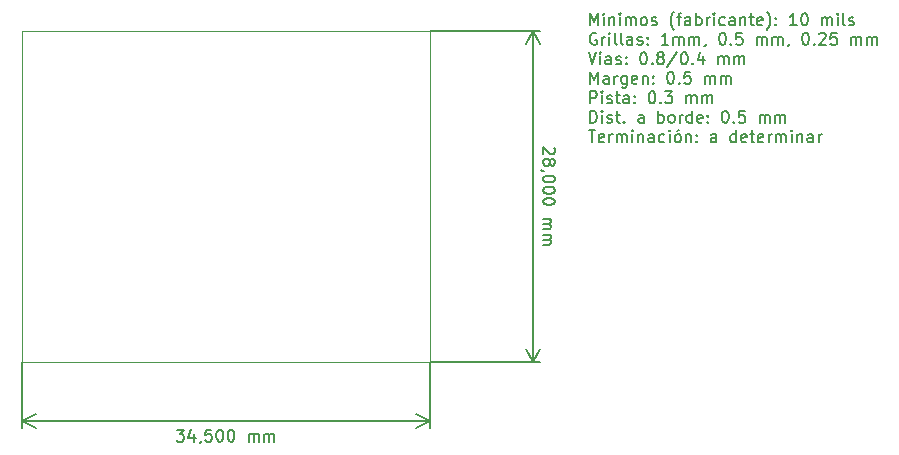
<source format=gbr>
%TF.GenerationSoftware,KiCad,Pcbnew,5.1.10-88a1d61d58~88~ubuntu18.04.1*%
%TF.CreationDate,2021-10-12T23:30:59-03:00*%
%TF.ProjectId,ConversorDCDC,436f6e76-6572-4736-9f72-444344432e6b,1.0*%
%TF.SameCoordinates,Original*%
%TF.FileFunction,OtherDrawing,Comment*%
%FSLAX46Y46*%
G04 Gerber Fmt 4.6, Leading zero omitted, Abs format (unit mm)*
G04 Created by KiCad (PCBNEW 5.1.10-88a1d61d58~88~ubuntu18.04.1) date 2021-10-12 23:30:59*
%MOMM*%
%LPD*%
G01*
G04 APERTURE LIST*
%ADD10C,0.150000*%
%TA.AperFunction,Profile*%
%ADD11C,0.050000*%
%TD*%
G04 APERTURE END LIST*
D10*
X128085595Y-98002380D02*
X128085595Y-97002380D01*
X128418928Y-97716666D01*
X128752261Y-97002380D01*
X128752261Y-98002380D01*
X129228452Y-98002380D02*
X129228452Y-97335714D01*
X129323690Y-96954761D02*
X129180833Y-97097619D01*
X129704642Y-97335714D02*
X129704642Y-98002380D01*
X129704642Y-97430952D02*
X129752261Y-97383333D01*
X129847500Y-97335714D01*
X129990357Y-97335714D01*
X130085595Y-97383333D01*
X130133214Y-97478571D01*
X130133214Y-98002380D01*
X130609404Y-98002380D02*
X130609404Y-97335714D01*
X130609404Y-97002380D02*
X130561785Y-97050000D01*
X130609404Y-97097619D01*
X130657023Y-97050000D01*
X130609404Y-97002380D01*
X130609404Y-97097619D01*
X131085595Y-98002380D02*
X131085595Y-97335714D01*
X131085595Y-97430952D02*
X131133214Y-97383333D01*
X131228452Y-97335714D01*
X131371309Y-97335714D01*
X131466547Y-97383333D01*
X131514166Y-97478571D01*
X131514166Y-98002380D01*
X131514166Y-97478571D02*
X131561785Y-97383333D01*
X131657023Y-97335714D01*
X131799880Y-97335714D01*
X131895119Y-97383333D01*
X131942738Y-97478571D01*
X131942738Y-98002380D01*
X132561785Y-98002380D02*
X132466547Y-97954761D01*
X132418928Y-97907142D01*
X132371309Y-97811904D01*
X132371309Y-97526190D01*
X132418928Y-97430952D01*
X132466547Y-97383333D01*
X132561785Y-97335714D01*
X132704642Y-97335714D01*
X132799880Y-97383333D01*
X132847500Y-97430952D01*
X132895119Y-97526190D01*
X132895119Y-97811904D01*
X132847500Y-97907142D01*
X132799880Y-97954761D01*
X132704642Y-98002380D01*
X132561785Y-98002380D01*
X133276071Y-97954761D02*
X133371309Y-98002380D01*
X133561785Y-98002380D01*
X133657023Y-97954761D01*
X133704642Y-97859523D01*
X133704642Y-97811904D01*
X133657023Y-97716666D01*
X133561785Y-97669047D01*
X133418928Y-97669047D01*
X133323690Y-97621428D01*
X133276071Y-97526190D01*
X133276071Y-97478571D01*
X133323690Y-97383333D01*
X133418928Y-97335714D01*
X133561785Y-97335714D01*
X133657023Y-97383333D01*
X135180833Y-98383333D02*
X135133214Y-98335714D01*
X135037976Y-98192857D01*
X134990357Y-98097619D01*
X134942738Y-97954761D01*
X134895119Y-97716666D01*
X134895119Y-97526190D01*
X134942738Y-97288095D01*
X134990357Y-97145238D01*
X135037976Y-97050000D01*
X135133214Y-96907142D01*
X135180833Y-96859523D01*
X135418928Y-97335714D02*
X135799880Y-97335714D01*
X135561785Y-98002380D02*
X135561785Y-97145238D01*
X135609404Y-97050000D01*
X135704642Y-97002380D01*
X135799880Y-97002380D01*
X136561785Y-98002380D02*
X136561785Y-97478571D01*
X136514166Y-97383333D01*
X136418928Y-97335714D01*
X136228452Y-97335714D01*
X136133214Y-97383333D01*
X136561785Y-97954761D02*
X136466547Y-98002380D01*
X136228452Y-98002380D01*
X136133214Y-97954761D01*
X136085595Y-97859523D01*
X136085595Y-97764285D01*
X136133214Y-97669047D01*
X136228452Y-97621428D01*
X136466547Y-97621428D01*
X136561785Y-97573809D01*
X137037976Y-98002380D02*
X137037976Y-97002380D01*
X137037976Y-97383333D02*
X137133214Y-97335714D01*
X137323690Y-97335714D01*
X137418928Y-97383333D01*
X137466547Y-97430952D01*
X137514166Y-97526190D01*
X137514166Y-97811904D01*
X137466547Y-97907142D01*
X137418928Y-97954761D01*
X137323690Y-98002380D01*
X137133214Y-98002380D01*
X137037976Y-97954761D01*
X137942738Y-98002380D02*
X137942738Y-97335714D01*
X137942738Y-97526190D02*
X137990357Y-97430952D01*
X138037976Y-97383333D01*
X138133214Y-97335714D01*
X138228452Y-97335714D01*
X138561785Y-98002380D02*
X138561785Y-97335714D01*
X138561785Y-97002380D02*
X138514166Y-97050000D01*
X138561785Y-97097619D01*
X138609404Y-97050000D01*
X138561785Y-97002380D01*
X138561785Y-97097619D01*
X139466547Y-97954761D02*
X139371309Y-98002380D01*
X139180833Y-98002380D01*
X139085595Y-97954761D01*
X139037976Y-97907142D01*
X138990357Y-97811904D01*
X138990357Y-97526190D01*
X139037976Y-97430952D01*
X139085595Y-97383333D01*
X139180833Y-97335714D01*
X139371309Y-97335714D01*
X139466547Y-97383333D01*
X140323690Y-98002380D02*
X140323690Y-97478571D01*
X140276071Y-97383333D01*
X140180833Y-97335714D01*
X139990357Y-97335714D01*
X139895119Y-97383333D01*
X140323690Y-97954761D02*
X140228452Y-98002380D01*
X139990357Y-98002380D01*
X139895119Y-97954761D01*
X139847500Y-97859523D01*
X139847500Y-97764285D01*
X139895119Y-97669047D01*
X139990357Y-97621428D01*
X140228452Y-97621428D01*
X140323690Y-97573809D01*
X140799880Y-97335714D02*
X140799880Y-98002380D01*
X140799880Y-97430952D02*
X140847500Y-97383333D01*
X140942738Y-97335714D01*
X141085595Y-97335714D01*
X141180833Y-97383333D01*
X141228452Y-97478571D01*
X141228452Y-98002380D01*
X141561785Y-97335714D02*
X141942738Y-97335714D01*
X141704642Y-97002380D02*
X141704642Y-97859523D01*
X141752261Y-97954761D01*
X141847500Y-98002380D01*
X141942738Y-98002380D01*
X142657023Y-97954761D02*
X142561785Y-98002380D01*
X142371309Y-98002380D01*
X142276071Y-97954761D01*
X142228452Y-97859523D01*
X142228452Y-97478571D01*
X142276071Y-97383333D01*
X142371309Y-97335714D01*
X142561785Y-97335714D01*
X142657023Y-97383333D01*
X142704642Y-97478571D01*
X142704642Y-97573809D01*
X142228452Y-97669047D01*
X143037976Y-98383333D02*
X143085595Y-98335714D01*
X143180833Y-98192857D01*
X143228452Y-98097619D01*
X143276071Y-97954761D01*
X143323690Y-97716666D01*
X143323690Y-97526190D01*
X143276071Y-97288095D01*
X143228452Y-97145238D01*
X143180833Y-97050000D01*
X143085595Y-96907142D01*
X143037976Y-96859523D01*
X143799880Y-97907142D02*
X143847500Y-97954761D01*
X143799880Y-98002380D01*
X143752261Y-97954761D01*
X143799880Y-97907142D01*
X143799880Y-98002380D01*
X143799880Y-97383333D02*
X143847500Y-97430952D01*
X143799880Y-97478571D01*
X143752261Y-97430952D01*
X143799880Y-97383333D01*
X143799880Y-97478571D01*
X145561785Y-98002380D02*
X144990357Y-98002380D01*
X145276071Y-98002380D02*
X145276071Y-97002380D01*
X145180833Y-97145238D01*
X145085595Y-97240476D01*
X144990357Y-97288095D01*
X146180833Y-97002380D02*
X146276071Y-97002380D01*
X146371309Y-97050000D01*
X146418928Y-97097619D01*
X146466547Y-97192857D01*
X146514166Y-97383333D01*
X146514166Y-97621428D01*
X146466547Y-97811904D01*
X146418928Y-97907142D01*
X146371309Y-97954761D01*
X146276071Y-98002380D01*
X146180833Y-98002380D01*
X146085595Y-97954761D01*
X146037976Y-97907142D01*
X145990357Y-97811904D01*
X145942738Y-97621428D01*
X145942738Y-97383333D01*
X145990357Y-97192857D01*
X146037976Y-97097619D01*
X146085595Y-97050000D01*
X146180833Y-97002380D01*
X147704642Y-98002380D02*
X147704642Y-97335714D01*
X147704642Y-97430952D02*
X147752261Y-97383333D01*
X147847500Y-97335714D01*
X147990357Y-97335714D01*
X148085595Y-97383333D01*
X148133214Y-97478571D01*
X148133214Y-98002380D01*
X148133214Y-97478571D02*
X148180833Y-97383333D01*
X148276071Y-97335714D01*
X148418928Y-97335714D01*
X148514166Y-97383333D01*
X148561785Y-97478571D01*
X148561785Y-98002380D01*
X149037976Y-98002380D02*
X149037976Y-97335714D01*
X149037976Y-97002380D02*
X148990357Y-97050000D01*
X149037976Y-97097619D01*
X149085595Y-97050000D01*
X149037976Y-97002380D01*
X149037976Y-97097619D01*
X149657023Y-98002380D02*
X149561785Y-97954761D01*
X149514166Y-97859523D01*
X149514166Y-97002380D01*
X149990357Y-97954761D02*
X150085595Y-98002380D01*
X150276071Y-98002380D01*
X150371309Y-97954761D01*
X150418928Y-97859523D01*
X150418928Y-97811904D01*
X150371309Y-97716666D01*
X150276071Y-97669047D01*
X150133214Y-97669047D01*
X150037976Y-97621428D01*
X149990357Y-97526190D01*
X149990357Y-97478571D01*
X150037976Y-97383333D01*
X150133214Y-97335714D01*
X150276071Y-97335714D01*
X150371309Y-97383333D01*
X128609404Y-98700000D02*
X128514166Y-98652380D01*
X128371309Y-98652380D01*
X128228452Y-98700000D01*
X128133214Y-98795238D01*
X128085595Y-98890476D01*
X128037976Y-99080952D01*
X128037976Y-99223809D01*
X128085595Y-99414285D01*
X128133214Y-99509523D01*
X128228452Y-99604761D01*
X128371309Y-99652380D01*
X128466547Y-99652380D01*
X128609404Y-99604761D01*
X128657023Y-99557142D01*
X128657023Y-99223809D01*
X128466547Y-99223809D01*
X129085595Y-99652380D02*
X129085595Y-98985714D01*
X129085595Y-99176190D02*
X129133214Y-99080952D01*
X129180833Y-99033333D01*
X129276071Y-98985714D01*
X129371309Y-98985714D01*
X129704642Y-99652380D02*
X129704642Y-98985714D01*
X129704642Y-98652380D02*
X129657023Y-98700000D01*
X129704642Y-98747619D01*
X129752261Y-98700000D01*
X129704642Y-98652380D01*
X129704642Y-98747619D01*
X130323690Y-99652380D02*
X130228452Y-99604761D01*
X130180833Y-99509523D01*
X130180833Y-98652380D01*
X130847500Y-99652380D02*
X130752261Y-99604761D01*
X130704642Y-99509523D01*
X130704642Y-98652380D01*
X131657023Y-99652380D02*
X131657023Y-99128571D01*
X131609404Y-99033333D01*
X131514166Y-98985714D01*
X131323690Y-98985714D01*
X131228452Y-99033333D01*
X131657023Y-99604761D02*
X131561785Y-99652380D01*
X131323690Y-99652380D01*
X131228452Y-99604761D01*
X131180833Y-99509523D01*
X131180833Y-99414285D01*
X131228452Y-99319047D01*
X131323690Y-99271428D01*
X131561785Y-99271428D01*
X131657023Y-99223809D01*
X132085595Y-99604761D02*
X132180833Y-99652380D01*
X132371309Y-99652380D01*
X132466547Y-99604761D01*
X132514166Y-99509523D01*
X132514166Y-99461904D01*
X132466547Y-99366666D01*
X132371309Y-99319047D01*
X132228452Y-99319047D01*
X132133214Y-99271428D01*
X132085595Y-99176190D01*
X132085595Y-99128571D01*
X132133214Y-99033333D01*
X132228452Y-98985714D01*
X132371309Y-98985714D01*
X132466547Y-99033333D01*
X132942738Y-99557142D02*
X132990357Y-99604761D01*
X132942738Y-99652380D01*
X132895119Y-99604761D01*
X132942738Y-99557142D01*
X132942738Y-99652380D01*
X132942738Y-99033333D02*
X132990357Y-99080952D01*
X132942738Y-99128571D01*
X132895119Y-99080952D01*
X132942738Y-99033333D01*
X132942738Y-99128571D01*
X134704642Y-99652380D02*
X134133214Y-99652380D01*
X134418928Y-99652380D02*
X134418928Y-98652380D01*
X134323690Y-98795238D01*
X134228452Y-98890476D01*
X134133214Y-98938095D01*
X135133214Y-99652380D02*
X135133214Y-98985714D01*
X135133214Y-99080952D02*
X135180833Y-99033333D01*
X135276071Y-98985714D01*
X135418928Y-98985714D01*
X135514166Y-99033333D01*
X135561785Y-99128571D01*
X135561785Y-99652380D01*
X135561785Y-99128571D02*
X135609404Y-99033333D01*
X135704642Y-98985714D01*
X135847500Y-98985714D01*
X135942738Y-99033333D01*
X135990357Y-99128571D01*
X135990357Y-99652380D01*
X136466547Y-99652380D02*
X136466547Y-98985714D01*
X136466547Y-99080952D02*
X136514166Y-99033333D01*
X136609404Y-98985714D01*
X136752261Y-98985714D01*
X136847500Y-99033333D01*
X136895119Y-99128571D01*
X136895119Y-99652380D01*
X136895119Y-99128571D02*
X136942738Y-99033333D01*
X137037976Y-98985714D01*
X137180833Y-98985714D01*
X137276071Y-99033333D01*
X137323690Y-99128571D01*
X137323690Y-99652380D01*
X137847500Y-99604761D02*
X137847500Y-99652380D01*
X137799880Y-99747619D01*
X137752261Y-99795238D01*
X139228452Y-98652380D02*
X139323690Y-98652380D01*
X139418928Y-98700000D01*
X139466547Y-98747619D01*
X139514166Y-98842857D01*
X139561785Y-99033333D01*
X139561785Y-99271428D01*
X139514166Y-99461904D01*
X139466547Y-99557142D01*
X139418928Y-99604761D01*
X139323690Y-99652380D01*
X139228452Y-99652380D01*
X139133214Y-99604761D01*
X139085595Y-99557142D01*
X139037976Y-99461904D01*
X138990357Y-99271428D01*
X138990357Y-99033333D01*
X139037976Y-98842857D01*
X139085595Y-98747619D01*
X139133214Y-98700000D01*
X139228452Y-98652380D01*
X139990357Y-99557142D02*
X140037976Y-99604761D01*
X139990357Y-99652380D01*
X139942738Y-99604761D01*
X139990357Y-99557142D01*
X139990357Y-99652380D01*
X140942738Y-98652380D02*
X140466547Y-98652380D01*
X140418928Y-99128571D01*
X140466547Y-99080952D01*
X140561785Y-99033333D01*
X140799880Y-99033333D01*
X140895119Y-99080952D01*
X140942738Y-99128571D01*
X140990357Y-99223809D01*
X140990357Y-99461904D01*
X140942738Y-99557142D01*
X140895119Y-99604761D01*
X140799880Y-99652380D01*
X140561785Y-99652380D01*
X140466547Y-99604761D01*
X140418928Y-99557142D01*
X142180833Y-99652380D02*
X142180833Y-98985714D01*
X142180833Y-99080952D02*
X142228452Y-99033333D01*
X142323690Y-98985714D01*
X142466547Y-98985714D01*
X142561785Y-99033333D01*
X142609404Y-99128571D01*
X142609404Y-99652380D01*
X142609404Y-99128571D02*
X142657023Y-99033333D01*
X142752261Y-98985714D01*
X142895119Y-98985714D01*
X142990357Y-99033333D01*
X143037976Y-99128571D01*
X143037976Y-99652380D01*
X143514166Y-99652380D02*
X143514166Y-98985714D01*
X143514166Y-99080952D02*
X143561785Y-99033333D01*
X143657023Y-98985714D01*
X143799880Y-98985714D01*
X143895119Y-99033333D01*
X143942738Y-99128571D01*
X143942738Y-99652380D01*
X143942738Y-99128571D02*
X143990357Y-99033333D01*
X144085595Y-98985714D01*
X144228452Y-98985714D01*
X144323690Y-99033333D01*
X144371309Y-99128571D01*
X144371309Y-99652380D01*
X144895119Y-99604761D02*
X144895119Y-99652380D01*
X144847500Y-99747619D01*
X144799880Y-99795238D01*
X146276071Y-98652380D02*
X146371309Y-98652380D01*
X146466547Y-98700000D01*
X146514166Y-98747619D01*
X146561785Y-98842857D01*
X146609404Y-99033333D01*
X146609404Y-99271428D01*
X146561785Y-99461904D01*
X146514166Y-99557142D01*
X146466547Y-99604761D01*
X146371309Y-99652380D01*
X146276071Y-99652380D01*
X146180833Y-99604761D01*
X146133214Y-99557142D01*
X146085595Y-99461904D01*
X146037976Y-99271428D01*
X146037976Y-99033333D01*
X146085595Y-98842857D01*
X146133214Y-98747619D01*
X146180833Y-98700000D01*
X146276071Y-98652380D01*
X147037976Y-99557142D02*
X147085595Y-99604761D01*
X147037976Y-99652380D01*
X146990357Y-99604761D01*
X147037976Y-99557142D01*
X147037976Y-99652380D01*
X147466547Y-98747619D02*
X147514166Y-98700000D01*
X147609404Y-98652380D01*
X147847500Y-98652380D01*
X147942738Y-98700000D01*
X147990357Y-98747619D01*
X148037976Y-98842857D01*
X148037976Y-98938095D01*
X147990357Y-99080952D01*
X147418928Y-99652380D01*
X148037976Y-99652380D01*
X148942738Y-98652380D02*
X148466547Y-98652380D01*
X148418928Y-99128571D01*
X148466547Y-99080952D01*
X148561785Y-99033333D01*
X148799880Y-99033333D01*
X148895119Y-99080952D01*
X148942738Y-99128571D01*
X148990357Y-99223809D01*
X148990357Y-99461904D01*
X148942738Y-99557142D01*
X148895119Y-99604761D01*
X148799880Y-99652380D01*
X148561785Y-99652380D01*
X148466547Y-99604761D01*
X148418928Y-99557142D01*
X150180833Y-99652380D02*
X150180833Y-98985714D01*
X150180833Y-99080952D02*
X150228452Y-99033333D01*
X150323690Y-98985714D01*
X150466547Y-98985714D01*
X150561785Y-99033333D01*
X150609404Y-99128571D01*
X150609404Y-99652380D01*
X150609404Y-99128571D02*
X150657023Y-99033333D01*
X150752261Y-98985714D01*
X150895119Y-98985714D01*
X150990357Y-99033333D01*
X151037976Y-99128571D01*
X151037976Y-99652380D01*
X151514166Y-99652380D02*
X151514166Y-98985714D01*
X151514166Y-99080952D02*
X151561785Y-99033333D01*
X151657023Y-98985714D01*
X151799880Y-98985714D01*
X151895119Y-99033333D01*
X151942738Y-99128571D01*
X151942738Y-99652380D01*
X151942738Y-99128571D02*
X151990357Y-99033333D01*
X152085595Y-98985714D01*
X152228452Y-98985714D01*
X152323690Y-99033333D01*
X152371309Y-99128571D01*
X152371309Y-99652380D01*
X127942738Y-100302380D02*
X128276071Y-101302380D01*
X128609404Y-100302380D01*
X128942738Y-101302380D02*
X128942738Y-100635714D01*
X128942738Y-100302380D02*
X128895119Y-100350000D01*
X128942738Y-100397619D01*
X128990357Y-100350000D01*
X128942738Y-100302380D01*
X128942738Y-100397619D01*
X129847500Y-101302380D02*
X129847500Y-100778571D01*
X129799880Y-100683333D01*
X129704642Y-100635714D01*
X129514166Y-100635714D01*
X129418928Y-100683333D01*
X129847500Y-101254761D02*
X129752261Y-101302380D01*
X129514166Y-101302380D01*
X129418928Y-101254761D01*
X129371309Y-101159523D01*
X129371309Y-101064285D01*
X129418928Y-100969047D01*
X129514166Y-100921428D01*
X129752261Y-100921428D01*
X129847500Y-100873809D01*
X130276071Y-101254761D02*
X130371309Y-101302380D01*
X130561785Y-101302380D01*
X130657023Y-101254761D01*
X130704642Y-101159523D01*
X130704642Y-101111904D01*
X130657023Y-101016666D01*
X130561785Y-100969047D01*
X130418928Y-100969047D01*
X130323690Y-100921428D01*
X130276071Y-100826190D01*
X130276071Y-100778571D01*
X130323690Y-100683333D01*
X130418928Y-100635714D01*
X130561785Y-100635714D01*
X130657023Y-100683333D01*
X131133214Y-101207142D02*
X131180833Y-101254761D01*
X131133214Y-101302380D01*
X131085595Y-101254761D01*
X131133214Y-101207142D01*
X131133214Y-101302380D01*
X131133214Y-100683333D02*
X131180833Y-100730952D01*
X131133214Y-100778571D01*
X131085595Y-100730952D01*
X131133214Y-100683333D01*
X131133214Y-100778571D01*
X132561785Y-100302380D02*
X132657023Y-100302380D01*
X132752261Y-100350000D01*
X132799880Y-100397619D01*
X132847500Y-100492857D01*
X132895119Y-100683333D01*
X132895119Y-100921428D01*
X132847500Y-101111904D01*
X132799880Y-101207142D01*
X132752261Y-101254761D01*
X132657023Y-101302380D01*
X132561785Y-101302380D01*
X132466547Y-101254761D01*
X132418928Y-101207142D01*
X132371309Y-101111904D01*
X132323690Y-100921428D01*
X132323690Y-100683333D01*
X132371309Y-100492857D01*
X132418928Y-100397619D01*
X132466547Y-100350000D01*
X132561785Y-100302380D01*
X133323690Y-101207142D02*
X133371309Y-101254761D01*
X133323690Y-101302380D01*
X133276071Y-101254761D01*
X133323690Y-101207142D01*
X133323690Y-101302380D01*
X133942738Y-100730952D02*
X133847500Y-100683333D01*
X133799880Y-100635714D01*
X133752261Y-100540476D01*
X133752261Y-100492857D01*
X133799880Y-100397619D01*
X133847500Y-100350000D01*
X133942738Y-100302380D01*
X134133214Y-100302380D01*
X134228452Y-100350000D01*
X134276071Y-100397619D01*
X134323690Y-100492857D01*
X134323690Y-100540476D01*
X134276071Y-100635714D01*
X134228452Y-100683333D01*
X134133214Y-100730952D01*
X133942738Y-100730952D01*
X133847500Y-100778571D01*
X133799880Y-100826190D01*
X133752261Y-100921428D01*
X133752261Y-101111904D01*
X133799880Y-101207142D01*
X133847500Y-101254761D01*
X133942738Y-101302380D01*
X134133214Y-101302380D01*
X134228452Y-101254761D01*
X134276071Y-101207142D01*
X134323690Y-101111904D01*
X134323690Y-100921428D01*
X134276071Y-100826190D01*
X134228452Y-100778571D01*
X134133214Y-100730952D01*
X135466547Y-100254761D02*
X134609404Y-101540476D01*
X135990357Y-100302380D02*
X136085595Y-100302380D01*
X136180833Y-100350000D01*
X136228452Y-100397619D01*
X136276071Y-100492857D01*
X136323690Y-100683333D01*
X136323690Y-100921428D01*
X136276071Y-101111904D01*
X136228452Y-101207142D01*
X136180833Y-101254761D01*
X136085595Y-101302380D01*
X135990357Y-101302380D01*
X135895119Y-101254761D01*
X135847500Y-101207142D01*
X135799880Y-101111904D01*
X135752261Y-100921428D01*
X135752261Y-100683333D01*
X135799880Y-100492857D01*
X135847500Y-100397619D01*
X135895119Y-100350000D01*
X135990357Y-100302380D01*
X136752261Y-101207142D02*
X136799880Y-101254761D01*
X136752261Y-101302380D01*
X136704642Y-101254761D01*
X136752261Y-101207142D01*
X136752261Y-101302380D01*
X137657023Y-100635714D02*
X137657023Y-101302380D01*
X137418928Y-100254761D02*
X137180833Y-100969047D01*
X137799880Y-100969047D01*
X138942738Y-101302380D02*
X138942738Y-100635714D01*
X138942738Y-100730952D02*
X138990357Y-100683333D01*
X139085595Y-100635714D01*
X139228452Y-100635714D01*
X139323690Y-100683333D01*
X139371309Y-100778571D01*
X139371309Y-101302380D01*
X139371309Y-100778571D02*
X139418928Y-100683333D01*
X139514166Y-100635714D01*
X139657023Y-100635714D01*
X139752261Y-100683333D01*
X139799880Y-100778571D01*
X139799880Y-101302380D01*
X140276071Y-101302380D02*
X140276071Y-100635714D01*
X140276071Y-100730952D02*
X140323690Y-100683333D01*
X140418928Y-100635714D01*
X140561785Y-100635714D01*
X140657023Y-100683333D01*
X140704642Y-100778571D01*
X140704642Y-101302380D01*
X140704642Y-100778571D02*
X140752261Y-100683333D01*
X140847500Y-100635714D01*
X140990357Y-100635714D01*
X141085595Y-100683333D01*
X141133214Y-100778571D01*
X141133214Y-101302380D01*
X128085595Y-102952380D02*
X128085595Y-101952380D01*
X128418928Y-102666666D01*
X128752261Y-101952380D01*
X128752261Y-102952380D01*
X129657023Y-102952380D02*
X129657023Y-102428571D01*
X129609404Y-102333333D01*
X129514166Y-102285714D01*
X129323690Y-102285714D01*
X129228452Y-102333333D01*
X129657023Y-102904761D02*
X129561785Y-102952380D01*
X129323690Y-102952380D01*
X129228452Y-102904761D01*
X129180833Y-102809523D01*
X129180833Y-102714285D01*
X129228452Y-102619047D01*
X129323690Y-102571428D01*
X129561785Y-102571428D01*
X129657023Y-102523809D01*
X130133214Y-102952380D02*
X130133214Y-102285714D01*
X130133214Y-102476190D02*
X130180833Y-102380952D01*
X130228452Y-102333333D01*
X130323690Y-102285714D01*
X130418928Y-102285714D01*
X131180833Y-102285714D02*
X131180833Y-103095238D01*
X131133214Y-103190476D01*
X131085595Y-103238095D01*
X130990357Y-103285714D01*
X130847500Y-103285714D01*
X130752261Y-103238095D01*
X131180833Y-102904761D02*
X131085595Y-102952380D01*
X130895119Y-102952380D01*
X130799880Y-102904761D01*
X130752261Y-102857142D01*
X130704642Y-102761904D01*
X130704642Y-102476190D01*
X130752261Y-102380952D01*
X130799880Y-102333333D01*
X130895119Y-102285714D01*
X131085595Y-102285714D01*
X131180833Y-102333333D01*
X132037976Y-102904761D02*
X131942738Y-102952380D01*
X131752261Y-102952380D01*
X131657023Y-102904761D01*
X131609404Y-102809523D01*
X131609404Y-102428571D01*
X131657023Y-102333333D01*
X131752261Y-102285714D01*
X131942738Y-102285714D01*
X132037976Y-102333333D01*
X132085595Y-102428571D01*
X132085595Y-102523809D01*
X131609404Y-102619047D01*
X132514166Y-102285714D02*
X132514166Y-102952380D01*
X132514166Y-102380952D02*
X132561785Y-102333333D01*
X132657023Y-102285714D01*
X132799880Y-102285714D01*
X132895119Y-102333333D01*
X132942738Y-102428571D01*
X132942738Y-102952380D01*
X133418928Y-102857142D02*
X133466547Y-102904761D01*
X133418928Y-102952380D01*
X133371309Y-102904761D01*
X133418928Y-102857142D01*
X133418928Y-102952380D01*
X133418928Y-102333333D02*
X133466547Y-102380952D01*
X133418928Y-102428571D01*
X133371309Y-102380952D01*
X133418928Y-102333333D01*
X133418928Y-102428571D01*
X134847500Y-101952380D02*
X134942738Y-101952380D01*
X135037976Y-102000000D01*
X135085595Y-102047619D01*
X135133214Y-102142857D01*
X135180833Y-102333333D01*
X135180833Y-102571428D01*
X135133214Y-102761904D01*
X135085595Y-102857142D01*
X135037976Y-102904761D01*
X134942738Y-102952380D01*
X134847500Y-102952380D01*
X134752261Y-102904761D01*
X134704642Y-102857142D01*
X134657023Y-102761904D01*
X134609404Y-102571428D01*
X134609404Y-102333333D01*
X134657023Y-102142857D01*
X134704642Y-102047619D01*
X134752261Y-102000000D01*
X134847500Y-101952380D01*
X135609404Y-102857142D02*
X135657023Y-102904761D01*
X135609404Y-102952380D01*
X135561785Y-102904761D01*
X135609404Y-102857142D01*
X135609404Y-102952380D01*
X136561785Y-101952380D02*
X136085595Y-101952380D01*
X136037976Y-102428571D01*
X136085595Y-102380952D01*
X136180833Y-102333333D01*
X136418928Y-102333333D01*
X136514166Y-102380952D01*
X136561785Y-102428571D01*
X136609404Y-102523809D01*
X136609404Y-102761904D01*
X136561785Y-102857142D01*
X136514166Y-102904761D01*
X136418928Y-102952380D01*
X136180833Y-102952380D01*
X136085595Y-102904761D01*
X136037976Y-102857142D01*
X137799880Y-102952380D02*
X137799880Y-102285714D01*
X137799880Y-102380952D02*
X137847500Y-102333333D01*
X137942738Y-102285714D01*
X138085595Y-102285714D01*
X138180833Y-102333333D01*
X138228452Y-102428571D01*
X138228452Y-102952380D01*
X138228452Y-102428571D02*
X138276071Y-102333333D01*
X138371309Y-102285714D01*
X138514166Y-102285714D01*
X138609404Y-102333333D01*
X138657023Y-102428571D01*
X138657023Y-102952380D01*
X139133214Y-102952380D02*
X139133214Y-102285714D01*
X139133214Y-102380952D02*
X139180833Y-102333333D01*
X139276071Y-102285714D01*
X139418928Y-102285714D01*
X139514166Y-102333333D01*
X139561785Y-102428571D01*
X139561785Y-102952380D01*
X139561785Y-102428571D02*
X139609404Y-102333333D01*
X139704642Y-102285714D01*
X139847500Y-102285714D01*
X139942738Y-102333333D01*
X139990357Y-102428571D01*
X139990357Y-102952380D01*
X128085595Y-104602380D02*
X128085595Y-103602380D01*
X128466547Y-103602380D01*
X128561785Y-103650000D01*
X128609404Y-103697619D01*
X128657023Y-103792857D01*
X128657023Y-103935714D01*
X128609404Y-104030952D01*
X128561785Y-104078571D01*
X128466547Y-104126190D01*
X128085595Y-104126190D01*
X129085595Y-104602380D02*
X129085595Y-103935714D01*
X129085595Y-103602380D02*
X129037976Y-103650000D01*
X129085595Y-103697619D01*
X129133214Y-103650000D01*
X129085595Y-103602380D01*
X129085595Y-103697619D01*
X129514166Y-104554761D02*
X129609404Y-104602380D01*
X129799880Y-104602380D01*
X129895119Y-104554761D01*
X129942738Y-104459523D01*
X129942738Y-104411904D01*
X129895119Y-104316666D01*
X129799880Y-104269047D01*
X129657023Y-104269047D01*
X129561785Y-104221428D01*
X129514166Y-104126190D01*
X129514166Y-104078571D01*
X129561785Y-103983333D01*
X129657023Y-103935714D01*
X129799880Y-103935714D01*
X129895119Y-103983333D01*
X130228452Y-103935714D02*
X130609404Y-103935714D01*
X130371309Y-103602380D02*
X130371309Y-104459523D01*
X130418928Y-104554761D01*
X130514166Y-104602380D01*
X130609404Y-104602380D01*
X131371309Y-104602380D02*
X131371309Y-104078571D01*
X131323690Y-103983333D01*
X131228452Y-103935714D01*
X131037976Y-103935714D01*
X130942738Y-103983333D01*
X131371309Y-104554761D02*
X131276071Y-104602380D01*
X131037976Y-104602380D01*
X130942738Y-104554761D01*
X130895119Y-104459523D01*
X130895119Y-104364285D01*
X130942738Y-104269047D01*
X131037976Y-104221428D01*
X131276071Y-104221428D01*
X131371309Y-104173809D01*
X131847500Y-104507142D02*
X131895119Y-104554761D01*
X131847500Y-104602380D01*
X131799880Y-104554761D01*
X131847500Y-104507142D01*
X131847500Y-104602380D01*
X131847500Y-103983333D02*
X131895119Y-104030952D01*
X131847500Y-104078571D01*
X131799880Y-104030952D01*
X131847500Y-103983333D01*
X131847500Y-104078571D01*
X133276071Y-103602380D02*
X133371309Y-103602380D01*
X133466547Y-103650000D01*
X133514166Y-103697619D01*
X133561785Y-103792857D01*
X133609404Y-103983333D01*
X133609404Y-104221428D01*
X133561785Y-104411904D01*
X133514166Y-104507142D01*
X133466547Y-104554761D01*
X133371309Y-104602380D01*
X133276071Y-104602380D01*
X133180833Y-104554761D01*
X133133214Y-104507142D01*
X133085595Y-104411904D01*
X133037976Y-104221428D01*
X133037976Y-103983333D01*
X133085595Y-103792857D01*
X133133214Y-103697619D01*
X133180833Y-103650000D01*
X133276071Y-103602380D01*
X134037976Y-104507142D02*
X134085595Y-104554761D01*
X134037976Y-104602380D01*
X133990357Y-104554761D01*
X134037976Y-104507142D01*
X134037976Y-104602380D01*
X134418928Y-103602380D02*
X135037976Y-103602380D01*
X134704642Y-103983333D01*
X134847500Y-103983333D01*
X134942738Y-104030952D01*
X134990357Y-104078571D01*
X135037976Y-104173809D01*
X135037976Y-104411904D01*
X134990357Y-104507142D01*
X134942738Y-104554761D01*
X134847500Y-104602380D01*
X134561785Y-104602380D01*
X134466547Y-104554761D01*
X134418928Y-104507142D01*
X136228452Y-104602380D02*
X136228452Y-103935714D01*
X136228452Y-104030952D02*
X136276071Y-103983333D01*
X136371309Y-103935714D01*
X136514166Y-103935714D01*
X136609404Y-103983333D01*
X136657023Y-104078571D01*
X136657023Y-104602380D01*
X136657023Y-104078571D02*
X136704642Y-103983333D01*
X136799880Y-103935714D01*
X136942738Y-103935714D01*
X137037976Y-103983333D01*
X137085595Y-104078571D01*
X137085595Y-104602380D01*
X137561785Y-104602380D02*
X137561785Y-103935714D01*
X137561785Y-104030952D02*
X137609404Y-103983333D01*
X137704642Y-103935714D01*
X137847500Y-103935714D01*
X137942738Y-103983333D01*
X137990357Y-104078571D01*
X137990357Y-104602380D01*
X137990357Y-104078571D02*
X138037976Y-103983333D01*
X138133214Y-103935714D01*
X138276071Y-103935714D01*
X138371309Y-103983333D01*
X138418928Y-104078571D01*
X138418928Y-104602380D01*
X128085595Y-106252380D02*
X128085595Y-105252380D01*
X128323690Y-105252380D01*
X128466547Y-105300000D01*
X128561785Y-105395238D01*
X128609404Y-105490476D01*
X128657023Y-105680952D01*
X128657023Y-105823809D01*
X128609404Y-106014285D01*
X128561785Y-106109523D01*
X128466547Y-106204761D01*
X128323690Y-106252380D01*
X128085595Y-106252380D01*
X129085595Y-106252380D02*
X129085595Y-105585714D01*
X129085595Y-105252380D02*
X129037976Y-105300000D01*
X129085595Y-105347619D01*
X129133214Y-105300000D01*
X129085595Y-105252380D01*
X129085595Y-105347619D01*
X129514166Y-106204761D02*
X129609404Y-106252380D01*
X129799880Y-106252380D01*
X129895119Y-106204761D01*
X129942738Y-106109523D01*
X129942738Y-106061904D01*
X129895119Y-105966666D01*
X129799880Y-105919047D01*
X129657023Y-105919047D01*
X129561785Y-105871428D01*
X129514166Y-105776190D01*
X129514166Y-105728571D01*
X129561785Y-105633333D01*
X129657023Y-105585714D01*
X129799880Y-105585714D01*
X129895119Y-105633333D01*
X130228452Y-105585714D02*
X130609404Y-105585714D01*
X130371309Y-105252380D02*
X130371309Y-106109523D01*
X130418928Y-106204761D01*
X130514166Y-106252380D01*
X130609404Y-106252380D01*
X130942738Y-106157142D02*
X130990357Y-106204761D01*
X130942738Y-106252380D01*
X130895119Y-106204761D01*
X130942738Y-106157142D01*
X130942738Y-106252380D01*
X132609404Y-106252380D02*
X132609404Y-105728571D01*
X132561785Y-105633333D01*
X132466547Y-105585714D01*
X132276071Y-105585714D01*
X132180833Y-105633333D01*
X132609404Y-106204761D02*
X132514166Y-106252380D01*
X132276071Y-106252380D01*
X132180833Y-106204761D01*
X132133214Y-106109523D01*
X132133214Y-106014285D01*
X132180833Y-105919047D01*
X132276071Y-105871428D01*
X132514166Y-105871428D01*
X132609404Y-105823809D01*
X133847500Y-106252380D02*
X133847500Y-105252380D01*
X133847500Y-105633333D02*
X133942738Y-105585714D01*
X134133214Y-105585714D01*
X134228452Y-105633333D01*
X134276071Y-105680952D01*
X134323690Y-105776190D01*
X134323690Y-106061904D01*
X134276071Y-106157142D01*
X134228452Y-106204761D01*
X134133214Y-106252380D01*
X133942738Y-106252380D01*
X133847500Y-106204761D01*
X134895119Y-106252380D02*
X134799880Y-106204761D01*
X134752261Y-106157142D01*
X134704642Y-106061904D01*
X134704642Y-105776190D01*
X134752261Y-105680952D01*
X134799880Y-105633333D01*
X134895119Y-105585714D01*
X135037976Y-105585714D01*
X135133214Y-105633333D01*
X135180833Y-105680952D01*
X135228452Y-105776190D01*
X135228452Y-106061904D01*
X135180833Y-106157142D01*
X135133214Y-106204761D01*
X135037976Y-106252380D01*
X134895119Y-106252380D01*
X135657023Y-106252380D02*
X135657023Y-105585714D01*
X135657023Y-105776190D02*
X135704642Y-105680952D01*
X135752261Y-105633333D01*
X135847500Y-105585714D01*
X135942738Y-105585714D01*
X136704642Y-106252380D02*
X136704642Y-105252380D01*
X136704642Y-106204761D02*
X136609404Y-106252380D01*
X136418928Y-106252380D01*
X136323690Y-106204761D01*
X136276071Y-106157142D01*
X136228452Y-106061904D01*
X136228452Y-105776190D01*
X136276071Y-105680952D01*
X136323690Y-105633333D01*
X136418928Y-105585714D01*
X136609404Y-105585714D01*
X136704642Y-105633333D01*
X137561785Y-106204761D02*
X137466547Y-106252380D01*
X137276071Y-106252380D01*
X137180833Y-106204761D01*
X137133214Y-106109523D01*
X137133214Y-105728571D01*
X137180833Y-105633333D01*
X137276071Y-105585714D01*
X137466547Y-105585714D01*
X137561785Y-105633333D01*
X137609404Y-105728571D01*
X137609404Y-105823809D01*
X137133214Y-105919047D01*
X138037976Y-106157142D02*
X138085595Y-106204761D01*
X138037976Y-106252380D01*
X137990357Y-106204761D01*
X138037976Y-106157142D01*
X138037976Y-106252380D01*
X138037976Y-105633333D02*
X138085595Y-105680952D01*
X138037976Y-105728571D01*
X137990357Y-105680952D01*
X138037976Y-105633333D01*
X138037976Y-105728571D01*
X139466547Y-105252380D02*
X139561785Y-105252380D01*
X139657023Y-105300000D01*
X139704642Y-105347619D01*
X139752261Y-105442857D01*
X139799880Y-105633333D01*
X139799880Y-105871428D01*
X139752261Y-106061904D01*
X139704642Y-106157142D01*
X139657023Y-106204761D01*
X139561785Y-106252380D01*
X139466547Y-106252380D01*
X139371309Y-106204761D01*
X139323690Y-106157142D01*
X139276071Y-106061904D01*
X139228452Y-105871428D01*
X139228452Y-105633333D01*
X139276071Y-105442857D01*
X139323690Y-105347619D01*
X139371309Y-105300000D01*
X139466547Y-105252380D01*
X140228452Y-106157142D02*
X140276071Y-106204761D01*
X140228452Y-106252380D01*
X140180833Y-106204761D01*
X140228452Y-106157142D01*
X140228452Y-106252380D01*
X141180833Y-105252380D02*
X140704642Y-105252380D01*
X140657023Y-105728571D01*
X140704642Y-105680952D01*
X140799880Y-105633333D01*
X141037976Y-105633333D01*
X141133214Y-105680952D01*
X141180833Y-105728571D01*
X141228452Y-105823809D01*
X141228452Y-106061904D01*
X141180833Y-106157142D01*
X141133214Y-106204761D01*
X141037976Y-106252380D01*
X140799880Y-106252380D01*
X140704642Y-106204761D01*
X140657023Y-106157142D01*
X142418928Y-106252380D02*
X142418928Y-105585714D01*
X142418928Y-105680952D02*
X142466547Y-105633333D01*
X142561785Y-105585714D01*
X142704642Y-105585714D01*
X142799880Y-105633333D01*
X142847500Y-105728571D01*
X142847500Y-106252380D01*
X142847500Y-105728571D02*
X142895119Y-105633333D01*
X142990357Y-105585714D01*
X143133214Y-105585714D01*
X143228452Y-105633333D01*
X143276071Y-105728571D01*
X143276071Y-106252380D01*
X143752261Y-106252380D02*
X143752261Y-105585714D01*
X143752261Y-105680952D02*
X143799880Y-105633333D01*
X143895119Y-105585714D01*
X144037976Y-105585714D01*
X144133214Y-105633333D01*
X144180833Y-105728571D01*
X144180833Y-106252380D01*
X144180833Y-105728571D02*
X144228452Y-105633333D01*
X144323690Y-105585714D01*
X144466547Y-105585714D01*
X144561785Y-105633333D01*
X144609404Y-105728571D01*
X144609404Y-106252380D01*
X127942738Y-106902380D02*
X128514166Y-106902380D01*
X128228452Y-107902380D02*
X128228452Y-106902380D01*
X129228452Y-107854761D02*
X129133214Y-107902380D01*
X128942738Y-107902380D01*
X128847500Y-107854761D01*
X128799880Y-107759523D01*
X128799880Y-107378571D01*
X128847500Y-107283333D01*
X128942738Y-107235714D01*
X129133214Y-107235714D01*
X129228452Y-107283333D01*
X129276071Y-107378571D01*
X129276071Y-107473809D01*
X128799880Y-107569047D01*
X129704642Y-107902380D02*
X129704642Y-107235714D01*
X129704642Y-107426190D02*
X129752261Y-107330952D01*
X129799880Y-107283333D01*
X129895119Y-107235714D01*
X129990357Y-107235714D01*
X130323690Y-107902380D02*
X130323690Y-107235714D01*
X130323690Y-107330952D02*
X130371309Y-107283333D01*
X130466547Y-107235714D01*
X130609404Y-107235714D01*
X130704642Y-107283333D01*
X130752261Y-107378571D01*
X130752261Y-107902380D01*
X130752261Y-107378571D02*
X130799880Y-107283333D01*
X130895119Y-107235714D01*
X131037976Y-107235714D01*
X131133214Y-107283333D01*
X131180833Y-107378571D01*
X131180833Y-107902380D01*
X131657023Y-107902380D02*
X131657023Y-107235714D01*
X131657023Y-106902380D02*
X131609404Y-106950000D01*
X131657023Y-106997619D01*
X131704642Y-106950000D01*
X131657023Y-106902380D01*
X131657023Y-106997619D01*
X132133214Y-107235714D02*
X132133214Y-107902380D01*
X132133214Y-107330952D02*
X132180833Y-107283333D01*
X132276071Y-107235714D01*
X132418928Y-107235714D01*
X132514166Y-107283333D01*
X132561785Y-107378571D01*
X132561785Y-107902380D01*
X133466547Y-107902380D02*
X133466547Y-107378571D01*
X133418928Y-107283333D01*
X133323690Y-107235714D01*
X133133214Y-107235714D01*
X133037976Y-107283333D01*
X133466547Y-107854761D02*
X133371309Y-107902380D01*
X133133214Y-107902380D01*
X133037976Y-107854761D01*
X132990357Y-107759523D01*
X132990357Y-107664285D01*
X133037976Y-107569047D01*
X133133214Y-107521428D01*
X133371309Y-107521428D01*
X133466547Y-107473809D01*
X134371309Y-107854761D02*
X134276071Y-107902380D01*
X134085595Y-107902380D01*
X133990357Y-107854761D01*
X133942738Y-107807142D01*
X133895119Y-107711904D01*
X133895119Y-107426190D01*
X133942738Y-107330952D01*
X133990357Y-107283333D01*
X134085595Y-107235714D01*
X134276071Y-107235714D01*
X134371309Y-107283333D01*
X134799880Y-107902380D02*
X134799880Y-107235714D01*
X134799880Y-106902380D02*
X134752261Y-106950000D01*
X134799880Y-106997619D01*
X134847500Y-106950000D01*
X134799880Y-106902380D01*
X134799880Y-106997619D01*
X135418928Y-107902380D02*
X135323690Y-107854761D01*
X135276071Y-107807142D01*
X135228452Y-107711904D01*
X135228452Y-107426190D01*
X135276071Y-107330952D01*
X135323690Y-107283333D01*
X135418928Y-107235714D01*
X135561785Y-107235714D01*
X135657023Y-107283333D01*
X135704642Y-107330952D01*
X135752261Y-107426190D01*
X135752261Y-107711904D01*
X135704642Y-107807142D01*
X135657023Y-107854761D01*
X135561785Y-107902380D01*
X135418928Y-107902380D01*
X135609404Y-106854761D02*
X135466547Y-106997619D01*
X136180833Y-107235714D02*
X136180833Y-107902380D01*
X136180833Y-107330952D02*
X136228452Y-107283333D01*
X136323690Y-107235714D01*
X136466547Y-107235714D01*
X136561785Y-107283333D01*
X136609404Y-107378571D01*
X136609404Y-107902380D01*
X137085595Y-107807142D02*
X137133214Y-107854761D01*
X137085595Y-107902380D01*
X137037976Y-107854761D01*
X137085595Y-107807142D01*
X137085595Y-107902380D01*
X137085595Y-107283333D02*
X137133214Y-107330952D01*
X137085595Y-107378571D01*
X137037976Y-107330952D01*
X137085595Y-107283333D01*
X137085595Y-107378571D01*
X138752261Y-107902380D02*
X138752261Y-107378571D01*
X138704642Y-107283333D01*
X138609404Y-107235714D01*
X138418928Y-107235714D01*
X138323690Y-107283333D01*
X138752261Y-107854761D02*
X138657023Y-107902380D01*
X138418928Y-107902380D01*
X138323690Y-107854761D01*
X138276071Y-107759523D01*
X138276071Y-107664285D01*
X138323690Y-107569047D01*
X138418928Y-107521428D01*
X138657023Y-107521428D01*
X138752261Y-107473809D01*
X140418928Y-107902380D02*
X140418928Y-106902380D01*
X140418928Y-107854761D02*
X140323690Y-107902380D01*
X140133214Y-107902380D01*
X140037976Y-107854761D01*
X139990357Y-107807142D01*
X139942738Y-107711904D01*
X139942738Y-107426190D01*
X139990357Y-107330952D01*
X140037976Y-107283333D01*
X140133214Y-107235714D01*
X140323690Y-107235714D01*
X140418928Y-107283333D01*
X141276071Y-107854761D02*
X141180833Y-107902380D01*
X140990357Y-107902380D01*
X140895119Y-107854761D01*
X140847500Y-107759523D01*
X140847500Y-107378571D01*
X140895119Y-107283333D01*
X140990357Y-107235714D01*
X141180833Y-107235714D01*
X141276071Y-107283333D01*
X141323690Y-107378571D01*
X141323690Y-107473809D01*
X140847500Y-107569047D01*
X141609404Y-107235714D02*
X141990357Y-107235714D01*
X141752261Y-106902380D02*
X141752261Y-107759523D01*
X141799880Y-107854761D01*
X141895119Y-107902380D01*
X141990357Y-107902380D01*
X142704642Y-107854761D02*
X142609404Y-107902380D01*
X142418928Y-107902380D01*
X142323690Y-107854761D01*
X142276071Y-107759523D01*
X142276071Y-107378571D01*
X142323690Y-107283333D01*
X142418928Y-107235714D01*
X142609404Y-107235714D01*
X142704642Y-107283333D01*
X142752261Y-107378571D01*
X142752261Y-107473809D01*
X142276071Y-107569047D01*
X143180833Y-107902380D02*
X143180833Y-107235714D01*
X143180833Y-107426190D02*
X143228452Y-107330952D01*
X143276071Y-107283333D01*
X143371309Y-107235714D01*
X143466547Y-107235714D01*
X143799880Y-107902380D02*
X143799880Y-107235714D01*
X143799880Y-107330952D02*
X143847500Y-107283333D01*
X143942738Y-107235714D01*
X144085595Y-107235714D01*
X144180833Y-107283333D01*
X144228452Y-107378571D01*
X144228452Y-107902380D01*
X144228452Y-107378571D02*
X144276071Y-107283333D01*
X144371309Y-107235714D01*
X144514166Y-107235714D01*
X144609404Y-107283333D01*
X144657023Y-107378571D01*
X144657023Y-107902380D01*
X145133214Y-107902380D02*
X145133214Y-107235714D01*
X145133214Y-106902380D02*
X145085595Y-106950000D01*
X145133214Y-106997619D01*
X145180833Y-106950000D01*
X145133214Y-106902380D01*
X145133214Y-106997619D01*
X145609404Y-107235714D02*
X145609404Y-107902380D01*
X145609404Y-107330952D02*
X145657023Y-107283333D01*
X145752261Y-107235714D01*
X145895119Y-107235714D01*
X145990357Y-107283333D01*
X146037976Y-107378571D01*
X146037976Y-107902380D01*
X146942738Y-107902380D02*
X146942738Y-107378571D01*
X146895119Y-107283333D01*
X146799880Y-107235714D01*
X146609404Y-107235714D01*
X146514166Y-107283333D01*
X146942738Y-107854761D02*
X146847500Y-107902380D01*
X146609404Y-107902380D01*
X146514166Y-107854761D01*
X146466547Y-107759523D01*
X146466547Y-107664285D01*
X146514166Y-107569047D01*
X146609404Y-107521428D01*
X146847500Y-107521428D01*
X146942738Y-107473809D01*
X147418928Y-107902380D02*
X147418928Y-107235714D01*
X147418928Y-107426190D02*
X147466547Y-107330952D01*
X147514166Y-107283333D01*
X147609404Y-107235714D01*
X147704642Y-107235714D01*
X93059523Y-132252380D02*
X93678571Y-132252380D01*
X93345238Y-132633333D01*
X93488095Y-132633333D01*
X93583333Y-132680952D01*
X93630952Y-132728571D01*
X93678571Y-132823809D01*
X93678571Y-133061904D01*
X93630952Y-133157142D01*
X93583333Y-133204761D01*
X93488095Y-133252380D01*
X93202380Y-133252380D01*
X93107142Y-133204761D01*
X93059523Y-133157142D01*
X94535714Y-132585714D02*
X94535714Y-133252380D01*
X94297619Y-132204761D02*
X94059523Y-132919047D01*
X94678571Y-132919047D01*
X95107142Y-133204761D02*
X95107142Y-133252380D01*
X95059523Y-133347619D01*
X95011904Y-133395238D01*
X96011904Y-132252380D02*
X95535714Y-132252380D01*
X95488095Y-132728571D01*
X95535714Y-132680952D01*
X95630952Y-132633333D01*
X95869047Y-132633333D01*
X95964285Y-132680952D01*
X96011904Y-132728571D01*
X96059523Y-132823809D01*
X96059523Y-133061904D01*
X96011904Y-133157142D01*
X95964285Y-133204761D01*
X95869047Y-133252380D01*
X95630952Y-133252380D01*
X95535714Y-133204761D01*
X95488095Y-133157142D01*
X96678571Y-132252380D02*
X96773809Y-132252380D01*
X96869047Y-132300000D01*
X96916666Y-132347619D01*
X96964285Y-132442857D01*
X97011904Y-132633333D01*
X97011904Y-132871428D01*
X96964285Y-133061904D01*
X96916666Y-133157142D01*
X96869047Y-133204761D01*
X96773809Y-133252380D01*
X96678571Y-133252380D01*
X96583333Y-133204761D01*
X96535714Y-133157142D01*
X96488095Y-133061904D01*
X96440476Y-132871428D01*
X96440476Y-132633333D01*
X96488095Y-132442857D01*
X96535714Y-132347619D01*
X96583333Y-132300000D01*
X96678571Y-132252380D01*
X97630952Y-132252380D02*
X97726190Y-132252380D01*
X97821428Y-132300000D01*
X97869047Y-132347619D01*
X97916666Y-132442857D01*
X97964285Y-132633333D01*
X97964285Y-132871428D01*
X97916666Y-133061904D01*
X97869047Y-133157142D01*
X97821428Y-133204761D01*
X97726190Y-133252380D01*
X97630952Y-133252380D01*
X97535714Y-133204761D01*
X97488095Y-133157142D01*
X97440476Y-133061904D01*
X97392857Y-132871428D01*
X97392857Y-132633333D01*
X97440476Y-132442857D01*
X97488095Y-132347619D01*
X97535714Y-132300000D01*
X97630952Y-132252380D01*
X99154761Y-133252380D02*
X99154761Y-132585714D01*
X99154761Y-132680952D02*
X99202380Y-132633333D01*
X99297619Y-132585714D01*
X99440476Y-132585714D01*
X99535714Y-132633333D01*
X99583333Y-132728571D01*
X99583333Y-133252380D01*
X99583333Y-132728571D02*
X99630952Y-132633333D01*
X99726190Y-132585714D01*
X99869047Y-132585714D01*
X99964285Y-132633333D01*
X100011904Y-132728571D01*
X100011904Y-133252380D01*
X100488095Y-133252380D02*
X100488095Y-132585714D01*
X100488095Y-132680952D02*
X100535714Y-132633333D01*
X100630952Y-132585714D01*
X100773809Y-132585714D01*
X100869047Y-132633333D01*
X100916666Y-132728571D01*
X100916666Y-133252380D01*
X100916666Y-132728571D02*
X100964285Y-132633333D01*
X101059523Y-132585714D01*
X101202380Y-132585714D01*
X101297619Y-132633333D01*
X101345238Y-132728571D01*
X101345238Y-133252380D01*
X114500000Y-131500000D02*
X80000000Y-131500000D01*
X114500000Y-126500000D02*
X114500000Y-132086421D01*
X80000000Y-126500000D02*
X80000000Y-132086421D01*
X80000000Y-131500000D02*
X81126504Y-130913579D01*
X80000000Y-131500000D02*
X81126504Y-132086421D01*
X114500000Y-131500000D02*
X113373496Y-130913579D01*
X114500000Y-131500000D02*
X113373496Y-132086421D01*
X125002380Y-108357142D02*
X125050000Y-108404761D01*
X125097619Y-108500000D01*
X125097619Y-108738095D01*
X125050000Y-108833333D01*
X125002380Y-108880952D01*
X124907142Y-108928571D01*
X124811904Y-108928571D01*
X124669047Y-108880952D01*
X124097619Y-108309523D01*
X124097619Y-108928571D01*
X124669047Y-109500000D02*
X124716666Y-109404761D01*
X124764285Y-109357142D01*
X124859523Y-109309523D01*
X124907142Y-109309523D01*
X125002380Y-109357142D01*
X125050000Y-109404761D01*
X125097619Y-109500000D01*
X125097619Y-109690476D01*
X125050000Y-109785714D01*
X125002380Y-109833333D01*
X124907142Y-109880952D01*
X124859523Y-109880952D01*
X124764285Y-109833333D01*
X124716666Y-109785714D01*
X124669047Y-109690476D01*
X124669047Y-109500000D01*
X124621428Y-109404761D01*
X124573809Y-109357142D01*
X124478571Y-109309523D01*
X124288095Y-109309523D01*
X124192857Y-109357142D01*
X124145238Y-109404761D01*
X124097619Y-109500000D01*
X124097619Y-109690476D01*
X124145238Y-109785714D01*
X124192857Y-109833333D01*
X124288095Y-109880952D01*
X124478571Y-109880952D01*
X124573809Y-109833333D01*
X124621428Y-109785714D01*
X124669047Y-109690476D01*
X124145238Y-110357142D02*
X124097619Y-110357142D01*
X124002380Y-110309523D01*
X123954761Y-110261904D01*
X125097619Y-110976190D02*
X125097619Y-111071428D01*
X125050000Y-111166666D01*
X125002380Y-111214285D01*
X124907142Y-111261904D01*
X124716666Y-111309523D01*
X124478571Y-111309523D01*
X124288095Y-111261904D01*
X124192857Y-111214285D01*
X124145238Y-111166666D01*
X124097619Y-111071428D01*
X124097619Y-110976190D01*
X124145238Y-110880952D01*
X124192857Y-110833333D01*
X124288095Y-110785714D01*
X124478571Y-110738095D01*
X124716666Y-110738095D01*
X124907142Y-110785714D01*
X125002380Y-110833333D01*
X125050000Y-110880952D01*
X125097619Y-110976190D01*
X125097619Y-111928571D02*
X125097619Y-112023809D01*
X125050000Y-112119047D01*
X125002380Y-112166666D01*
X124907142Y-112214285D01*
X124716666Y-112261904D01*
X124478571Y-112261904D01*
X124288095Y-112214285D01*
X124192857Y-112166666D01*
X124145238Y-112119047D01*
X124097619Y-112023809D01*
X124097619Y-111928571D01*
X124145238Y-111833333D01*
X124192857Y-111785714D01*
X124288095Y-111738095D01*
X124478571Y-111690476D01*
X124716666Y-111690476D01*
X124907142Y-111738095D01*
X125002380Y-111785714D01*
X125050000Y-111833333D01*
X125097619Y-111928571D01*
X125097619Y-112880952D02*
X125097619Y-112976190D01*
X125050000Y-113071428D01*
X125002380Y-113119047D01*
X124907142Y-113166666D01*
X124716666Y-113214285D01*
X124478571Y-113214285D01*
X124288095Y-113166666D01*
X124192857Y-113119047D01*
X124145238Y-113071428D01*
X124097619Y-112976190D01*
X124097619Y-112880952D01*
X124145238Y-112785714D01*
X124192857Y-112738095D01*
X124288095Y-112690476D01*
X124478571Y-112642857D01*
X124716666Y-112642857D01*
X124907142Y-112690476D01*
X125002380Y-112738095D01*
X125050000Y-112785714D01*
X125097619Y-112880952D01*
X124097619Y-114404761D02*
X124764285Y-114404761D01*
X124669047Y-114404761D02*
X124716666Y-114452380D01*
X124764285Y-114547619D01*
X124764285Y-114690476D01*
X124716666Y-114785714D01*
X124621428Y-114833333D01*
X124097619Y-114833333D01*
X124621428Y-114833333D02*
X124716666Y-114880952D01*
X124764285Y-114976190D01*
X124764285Y-115119047D01*
X124716666Y-115214285D01*
X124621428Y-115261904D01*
X124097619Y-115261904D01*
X124097619Y-115738095D02*
X124764285Y-115738095D01*
X124669047Y-115738095D02*
X124716666Y-115785714D01*
X124764285Y-115880952D01*
X124764285Y-116023809D01*
X124716666Y-116119047D01*
X124621428Y-116166666D01*
X124097619Y-116166666D01*
X124621428Y-116166666D02*
X124716666Y-116214285D01*
X124764285Y-116309523D01*
X124764285Y-116452380D01*
X124716666Y-116547619D01*
X124621428Y-116595238D01*
X124097619Y-116595238D01*
X123250000Y-98500000D02*
X123250000Y-126500000D01*
X114500000Y-98500000D02*
X123836421Y-98500000D01*
X114500000Y-126500000D02*
X123836421Y-126500000D01*
X123250000Y-126500000D02*
X122663579Y-125373496D01*
X123250000Y-126500000D02*
X123836421Y-125373496D01*
X123250000Y-98500000D02*
X122663579Y-99626504D01*
X123250000Y-98500000D02*
X123836421Y-99626504D01*
D11*
X80000000Y-126500000D02*
X80000000Y-98500000D01*
X114500000Y-126500000D02*
X80000000Y-126500000D01*
X114500000Y-98500000D02*
X114500000Y-126500000D01*
X80000000Y-98500000D02*
X114500000Y-98500000D01*
M02*

</source>
